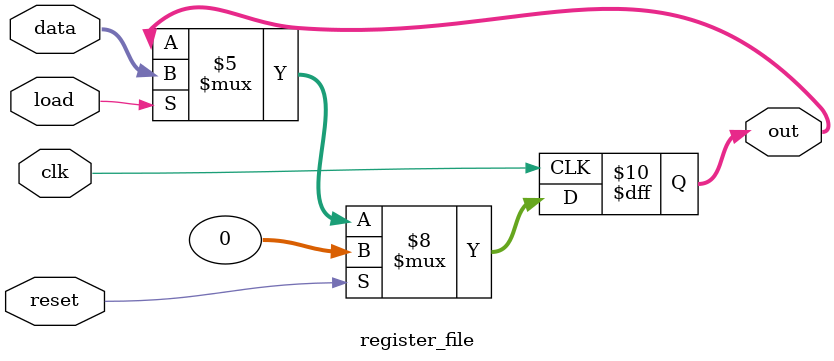
<source format=v>

module register_file(input clk,input reset,input load,input [31:0] data,output reg [31:0] out);
	
	always@(posedge clk)
		begin
			if(reset == 1) begin
				out <= 0;
			end else if(load == 1) begin
				out <= data;
			end else begin
				out <= out;
			end
		end

endmodule

</source>
